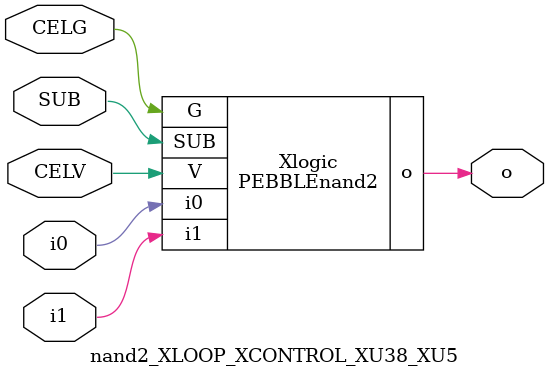
<source format=v>



module PEBBLEnand2 ( o, G, SUB, V, i0, i1 );

  input i0;
  input V;
  input i1;
  input G;
  output o;
  input SUB;
endmodule

//Celera Confidential Do Not Copy nand2_XLOOP_XCONTROL_XU38_XU5
//Celera Confidential Symbol Generator
//5V NAND2
module nand2_XLOOP_XCONTROL_XU38_XU5 (CELV,CELG,i0,i1,o,SUB);
input CELV;
input CELG;
input i0;
input i1;
input SUB;
output o;

//Celera Confidential Do Not Copy nand2
PEBBLEnand2 Xlogic(
.V (CELV),
.i0 (i0),
.i1 (i1),
.o (o),
.SUB (SUB),
.G (CELG)
);
//,diesize,PEBBLEnand2

//Celera Confidential Do Not Copy Module End
//Celera Schematic Generator
endmodule

</source>
